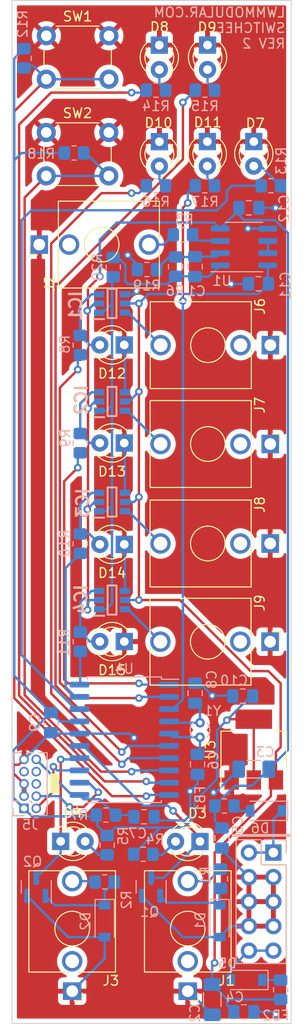
<source format=kicad_pcb>
(kicad_pcb (version 20211014) (generator pcbnew)
  (layers (0 "F.Cu" signal) (31 "B.Cu" signal) (34 "B.Paste" user) (35 "F.Paste" user) (36 "B.SilkS" user "B.Silkscreen") (37 "F.SilkS" user "F.Silkscreen") (38 "B.Mask" user) (39 "F.Mask" user) (44 "Edge.Cuts" user))
  (net 0 "")
  (net 1 "/SIGNAL")
  (net 2 "VCC")
  (net 3 "GND")
  (net 4 "VEE")
  (net 5 "Net-(C6-Pad1)")
  (net 6 "/RESET")
  (net 7 "Net-(C8-Pad1)")
  (net 8 "+3V3")
  (net 9 "Net-(D1-Pad1)")
  (net 10 "Net-(D2-Pad1)")
  (net 11 "Net-(D3-Pad2)")
  (net 12 "/TRIGGER")
  (net 13 "Net-(D5-Pad1)")
  (net 14 "Net-(D5-Pad2)")
  (net 15 "Net-(D6-Pad1)")
  (net 16 "Net-(D6-Pad2)")
  (net 17 "Net-(D7-Pad2)")
  (net 18 "Net-(D10-Pad2)")
  (net 19 "Net-(D11-Pad2)")
  (net 20 "Net-(D12-Pad2)")
  (net 21 "Net-(D13-Pad2)")
  (net 22 "Net-(D14-Pad2)")
  (net 23 "Net-(D15-Pad2)")
  (net 24 "Net-(IC1-Pad6)")
  (net 25 "Net-(IC2-Pad6)")
  (net 26 "Net-(IC3-Pad6)")
  (net 27 "Net-(IC4-Pad6)")
  (net 29 "Net-(J1-PadT)")
  (net 31 "Net-(J2-PadT)")
  (net 33 "Net-(J3-PadT)")
  (net 34 "/SWDIO")
  (net 35 "/SWCLK")
  (net 36 "/SWO")
  (net 43 "/OUT1")
  (net 44 "/OUT2")
  (net 45 "/OUT3")
  (net 46 "/OUT4")
  (net 47 "/BT_MODE")
  (net 48 "Net-(R13-Pad1)")
  (net 49 "/BT_OUTS")
  (net 50 "Net-(U1-Pad2)")
  (net 51 "Net-(C1-Pad2)")
  (net 52 "Net-(R3-Pad2)")
  (net 53 "/SW_RESET")
  (net 54 "Net-(D4-Pad2)")
  (net 55 "Net-(D8-Pad2)")
  (net 56 "Net-(D9-Pad2)")
  (net 57 "Net-(R14-Pad1)")
  (net 58 "Net-(R15-Pad1)")
  (net 59 "Net-(R16-Pad1)")
  (net 60 "Net-(R17-Pad1)")
  (net 61 "Net-(U1-Pad6)")
  (footprint "LED_THT:LED_D3.0mm" (layer "F.Cu") (at 72.39 94.472 180)
    (fp_text reference "D13")
    (fp_text value "LED")
  )
  (footprint "Button_Switch_THT:SW_PUSH_6mm" (layer "F.Cu") (at 64.296 52.276)
    (fp_text reference "SW1")
    (fp_text value "SW_Push")
  )
  (footprint "LED_THT:LED_D3.0mm" (layer "F.Cu") (at 72.39 84.312 180)
    (fp_text reference "D12")
    (fp_text value "LED")
  )
  (footprint "LED_THT:LED_D3.0mm" (layer "F.Cu") (at 76.046 63.251 -90)
    (fp_text reference "D10")
    (fp_text value "LED")
  )
  (footprint "LED_THT:LED_D3.0mm" (layer "F.Cu") (at 76.036 53.246 -90)
    (fp_text reference "D8")
    (fp_text value "LED")
  )
  (footprint "LED_THT:LED_D3.0mm" (layer "F.Cu") (at 80.264 135.76 180)
    (fp_text reference "D3")
    (fp_text value "LED")
  )
  (footprint "Connector_Audio:Jack_3.5mm_QingPu_WQP-PJ398SM_Vertical_CircularHoles" (layer "F.Cu") (at 87.55 115.062 -90)
    (fp_text reference "J9")
    (fp_text value "OUT 4")
  )
  (footprint "Button_Switch_THT:SW_PUSH_6mm" (layer "F.Cu") (at 64.286 62.296)
    (fp_text reference "SW2")
    (fp_text value "SW_Push")
  )
  (footprint "Connector_Audio:Jack_3.5mm_QingPu_WQP-PJ398SM_Vertical_CircularHoles" (layer "F.Cu") (at 63.562 73.914 90)
    (fp_text reference "J2")
    (fp_text value "IN")
  )
  (footprint "Connector_Audio:Jack_3.5mm_QingPu_WQP-PJ398SM_Vertical_CircularHoles" (layer "F.Cu") (at 78.994 151.27 180)
    (fp_text reference "J1")
    (fp_text value "Reset_IN")
  )
  (footprint "LED_THT:LED_D3.0mm" (layer "F.Cu") (at 85.852 63.241 -90)
    (fp_text reference "D7")
    (fp_text value "LED")
  )
  (footprint "Connector_Audio:Jack_3.5mm_QingPu_WQP-PJ398SM_Vertical_CircularHoles" (layer "F.Cu") (at 87.565 94.576 -90)
    (fp_text reference "J7")
    (fp_text value "OUT 2")
  )
  (footprint "Connector_Audio:Jack_3.5mm_QingPu_WQP-PJ398SM_Vertical_CircularHoles" (layer "F.Cu") (at 66.98 151.27 180)
    (fp_text reference "J3")
    (fp_text value "Trigger IN")
  )
  (footprint "LED_THT:LED_D3.0mm" (layer "F.Cu") (at 72.395 115.046 180)
    (fp_text reference "D15")
    (fp_text value "LED")
  )
  (footprint "Connector_Audio:Jack_3.5mm_QingPu_WQP-PJ398SM_Vertical_CircularHoles" (layer "F.Cu") (at 87.56 104.886 -90)
    (fp_text reference "J8")
    (fp_text value "OUT 3")
  )
  (footprint "LED_THT:LED_D3.0mm" (layer "F.Cu") (at 72.395 104.978 180)
    (fp_text reference "D14")
    (fp_text value "LED")
  )
  (footprint "LED_THT:LED_D3.0mm" (layer "F.Cu") (at 81.026 63.241 -90)
    (fp_text reference "D11")
    (fp_text value "LED")
  )
  (footprint "Package_TO_SOT_SMD:SOT-223-3_TabPin2" (layer "F.Cu") (at 85.852 126.238 90)
    (fp_text reference "U3")
    (fp_text value "AP1117-33")
  )
  (footprint "Connector_Audio:Jack_3.5mm_QingPu_WQP-PJ398SM_Vertical_CircularHoles" (layer "F.Cu") (at 87.575 84.334 -90)
    (fp_text reference "J6")
    (fp_text value "OUT 1")
  )
  (footprint "LED_THT:LED_D3.0mm" (layer "F.Cu") (at 65.786 135.75)
    (fp_text reference "D4")
    (fp_text value "LED")
  )
  (footprint "LED_THT:LED_D3.0mm" (layer "F.Cu") (at 81.046 53.241 -90)
    (fp_text reference "D9")
    (fp_text value "LED")
  )
  (footprint "Capacitor_SMD:C_0805_2012Metric_Pad1.18x1.45mm_HandSolder" (layer "B.Cu") (at 79.756 76.2 -90)
    (fp_text reference "C1")
    (fp_text value "47pf")
  )
  (footprint "Capacitor_SMD:C_0805_2012Metric_Pad1.18x1.45mm_HandSolder" (layer "B.Cu") (at 80.01 127.762 -90)
    (fp_text reference "C6")
    (fp_text value "18pf")
  )
  (footprint "Package_SO:SOIC-8_3.9x4.9mm_P1.27mm" (layer "B.Cu") (at 84.836 74.168)
    (fp_text reference "U1")
    (fp_text value "TL072")
  )
  (footprint "Diode_SMD:D_SOD-123" (layer "B.Cu") (at 85.09 150.114 180)
    (fp_text reference "D5")
    (fp_text value "1N914")
  )
  (footprint "Capacitor_SMD:C_0805_2012Metric_Pad1.18x1.45mm_HandSolder" (layer "B.Cu") (at 85.344 70.104)
    (fp_text reference "C12")
    (fp_text value "100nf")
  )
  (footprint "Resistor_SMD:R_0805_2012Metric_Pad1.20x1.40mm_HandSolder" (layer "B.Cu") (at 61.976 54.61 90)
    (fp_text reference "R12")
    (fp_text value "10000")
  )
  (footprint "Connector_PinHeader_1.27mm:PinHeader_2x05_P1.27mm_Vertical" (layer "B.Cu") (at 61.976 132.334)
    (fp_text reference "J5")
    (fp_text value "Conn_02x05_Odd_Even" hide)
  )
  (footprint "Mouser:SOP95P284X110-6N" (layer "B.Cu") (at 71.12 90.17)
    (fp_text reference "IC2")
    (fp_text value "DG447DV-T1-E3" hide)
  )
  (footprint "Resistor_SMD:R_0805_2012Metric_Pad1.20x1.40mm_HandSolder" (layer "B.Cu") (at 70.612 136.144 90)
    (fp_text reference "R5")
    (fp_text value "4.7k")
  )
  (footprint "Capacitor_SMD:C_1206_3216Metric_Pad1.33x1.80mm_HandSolder" (layer "B.Cu") (at 81.534 152.146 -90)
    (fp_text reference "C2")
    (fp_text value "22uf")
  )
  (footprint "Mouser:SOP95P284X110-6N" (layer "B.Cu") (at 71.12 100.584)
    (fp_text reference "IC3")
    (fp_text value "DG447DV-T1-E3" hide)
  )
  (footprint "Resistor_SMD:R_0805_2012Metric_Pad1.20x1.40mm_HandSolder" (layer "B.Cu") (at 77.724 76.2 -90)
    (fp_text reference "R6")
    (fp_text value "100k")
  )
  (footprint "Resistor_SMD:R_0805_2012Metric_Pad1.20x1.40mm_HandSolder" (layer "B.Cu") (at 75.692 57.912)
    (fp_text reference "R14")
    (fp_text value "1000")
  )
  (footprint "Resistor_SMD:R_0805_2012Metric_Pad1.20x1.40mm_HandSolder" (layer "B.Cu") (at 87.63 67.818)
    (fp_text reference "R13")
    (fp_text value "1000")
  )
  (footprint "Diode_SMD:D_SOD-123" (layer "B.Cu") (at 82.296 144.018 -90)
    (fp_text reference "D1")
    (fp_text value "1N4148")
  )
  (footprint "Resistor_SMD:R_0805_2012Metric_Pad1.20x1.40mm_HandSolder" (layer "B.Cu") (at 78.486 72.898)
    (fp_text reference "R3")
    (fp_text value "100k")
  )
  (footprint "Resistor_SMD:R_0805_2012Metric_Pad1.20x1.40mm_HandSolder" (layer "B.Cu") (at 82.3976 139.6238 -90)
    (fp_text reference "R1")
    (fp_text value "4.7k")
  )
  (footprint "Resistor_SMD:R_0805_2012Metric_Pad1.20x1.40mm_HandSolder" (layer "B.Cu") (at 67.818 115.062 90)
    (fp_text reference "R11")
    (fp_text value "1000")
  )
  (footprint "Capacitor_SMD:C_1206_3216Metric_Pad1.33x1.80mm_HandSolder" (layer "B.Cu") (at 85.852 128.27)
    (fp_text reference "C3")
    (fp_text value "22uf")
  )
  (footprint "Package_SO:SOIC-20W_7.5x12.8mm_P1.27mm" (layer "B.Cu") (at 72.39 125.222 180)
    (fp_text reference "U4")
    (fp_text value "ATSAMD10D14A-SS")
  )
  (footprint "Resistor_SMD:R_0805_2012Metric_Pad1.20x1.40mm_HandSolder" (layer "B.Cu") (at 80.772 57.912)
    (fp_text reference "R15")
    (fp_text value "1000")
  )
  (footprint "Resistor_SMD:R_0805_2012Metric_Pad1.20x1.40mm_HandSolder" (layer "B.Cu") (at 67.818 94.488 90)
    (fp_text reference "R9")
    (fp_text value "1000")
  )
  (footprint "Resistor_SMD:R_0805_2012Metric_Pad1.20x1.40mm_HandSolder" (layer "B.Cu") (at 74.3712 137.0838 180)
    (fp_text reference "R4")
    (fp_text value "4.7k")
  )
  (footprint "Package_TO_SOT_SMD:SOT-23" (layer "B.Cu") (at 75.184 140.462 90)
    (fp_text reference "Q1")
    (fp_text value "MMBT3904")
  )
  (footprint "Package_TO_SOT_SMD:SOT-23" (layer "B.Cu") (at 63.246 140.462 90)
    (fp_text reference "Q2")
    (fp_text value "MMBT3904")
  )
  (footprint "Resistor_SMD:R_0805_2012Metric_Pad1.20x1.40mm_HandSolder" (layer "B.Cu") (at 74.75 76.5)
    (fp_text reference "R19")
    (fp_text value "100k")
  )
  (footprint "Resistor_SMD:R_0805_2012Metric_Pad1.20x1.40mm_HandSolder" (layer "B.Cu") (at 67.818 104.902 90)
    (fp_text reference "R10")
    (fp_text value "1000")
  )
  (footprint "Resistor_SMD:R_0805_2012Metric_Pad1.20x1.40mm_HandSolder" (layer "B.Cu") (at 71.25 76.25 -90)
    (fp_text reference "R20")
    (fp_text value "1k")
  )
  (footprint "Capacitor_SMD:C_0805_2012Metric_Pad1.18x1.45mm_HandSolder" (layer "B.Cu") (at 74.4474 133.1976)
    (fp_text reference "C7")
    (fp_text value ".1u")
  )
  (footprint "Resistor_SMD:R_0805_2012Metric_Pad1.20x1.40mm_HandSolder" (layer "B.Cu") (at 80.772 67.818)
    (fp_text reference "R17")
    (fp_text value "1000")
  )
  (footprint "Capacitor_SMD:C_0805_2012Metric_Pad1.18x1.45mm_HandSolder" (layer "B.Cu") (at 82.55 135.4035 -90)
    (fp_text reference "C5")
    (fp_text value "C")
  )
  (footprint "Mouser:SOP95P284X110-6N" (layer "B.Cu") (at 71.12 110.744)
    (fp_text reference "IC4")
    (fp_text value "DG447DV-T1-E3" hide)
  )
  (footprint "Capacitor_SMD:C_0805_2012Metric_Pad1.18x1.45mm_HandSolder" (layer "B.Cu") (at 84.709 120.7008 180)
    (fp_text reference "C10")
    (fp_text value "C")
  )
  (footprint "Resistor_SMD:R_0805_2012Metric_Pad1.20x1.40mm_HandSolder" (layer "B.Cu") (at 70.485 133.0198)
    (fp_text reference "R7")
    (fp_text value "10k")
  )
  (footprint "Capacitor_SMD:C_0805_2012Metric_Pad1.18x1.45mm_HandSolder" (layer "B.Cu") (at 84.8145 153.416)
    (fp_text reference "C4")
    (fp_text value "C")
  )
  (footprint "Diode_SMD:D_SOD-123" (layer "B.Cu") (at 87.122 132.588 180)
    (fp_text reference "D6")
    (fp_text value "1N914")
  )
  (footprint "Capacitor_SMD:C_0805_2012Metric_Pad1.18x1.45mm_HandSolder" (layer "B.Cu") (at 64.77 123.444 -90)
    (fp_text reference "C9")
    (fp_text value "C")
  )
  (footprint "Connector_PinHeader_2.54mm:PinHeader_2x05_P2.54mm_Vertical" (layer "B.Cu") (at 87.889 136.911 180)
    (fp_text reference "J4" hide)
    (fp_text value "POWER")
  )
  (footprint "Resistor_SMD:R_0805_2012Metric_Pad1.20x1.40mm_HandSolder" (layer "B.Cu") (at 70.358 139.954)
    (fp_text reference "R2")
    (fp_text value "4.7k")
  )
  (footprint "Diode_SMD:D_SOD-123" (layer "B.Cu") (at 70.358 144.018 -90)
    (fp_text reference "D2")
    (fp_text value "1N4148")
  )
  (footprint "Resistor_SMD:R_0805_2012Metric_Pad1.20x1.40mm_HandSolder" (layer "B.Cu") (at 88.646 151.13 -90)
    (fp_text reference "FB2")
    (fp_text value "2506031027Y0 " hide)
  )
  (footprint "Mouser:SOP95P284X110-6N" (layer "B.Cu") (at 71.12 80.01)
    (fp_text reference "IC1")
    (fp_text value "DG447DV-T1-E3" hide)
  )
  (footprint "Crystal:Crystal_Round_D1.0mm_Vertical" (layer "B.Cu") (at 80.264 123.456 -90)
    (fp_text reference "Y1")
    (fp_text value "Crystal")
  )
  (footprint "Resistor_SMD:R_0805_2012Metric_Pad1.20x1.40mm_HandSolder" (layer "B.Cu") (at 67.818 84.328 90)
    (fp_text reference "R8")
    (fp_text value "1000")
  )
  (footprint "Capacitor_SMD:C_0805_2012Metric_Pad1.18x1.45mm_HandSolder" (layer "B.Cu") (at 79.756 120.396 90)
    (fp_text reference "C8")
    (fp_text value "18pf")
  )
  (footprint "Resistor_SMD:R_0805_2012Metric_Pad1.20x1.40mm_HandSolder" (layer "B.Cu") (at 82.804 132.08 180)
    (fp_text reference "FB1")
    (fp_text value "2506031027Y0 ")
  )
  (footprint "Capacitor_SMD:C_0805_2012Metric_Pad1.18x1.45mm_HandSolder" (layer "B.Cu") (at 86.3385 77.978 180)
    (fp_text reference "C11")
    (fp_text value "100nf")
  )
  (footprint "Resistor_SMD:R_0805_2012Metric_Pad1.20x1.40mm_HandSolder" (layer "B.Cu") (at 75.692 67.818)
    (fp_text reference "R16")
    (fp_text value "1000")
  )
  (footprint "Resistor_SMD:R_0805_2012Metric_Pad1.20x1.40mm_HandSolder" (layer "B.Cu") (at 67.175 64.425 180)
    (fp_text reference "R18")
    (fp_text value "10000")
  )
  (gr_line (start 83.693 135.128) (end 89.535 135.128) (layer "B.SilkS") (width 0.3))
  (gr_rect (start 65.532 130.683) (end 64.77 128.778) (layer "F.SilkS") (width 0.15) (fill solid))
  (gr_line (start 89.73 48.62) (end 89.73 154.62) (layer "Edge.Cuts") (width 0.1))
  (gr_line (start 60.73 48.62) (end 60.73 154.62) (layer "Edge.Cuts") (width 0.1))
  (gr_line (start 60.73 154.62) (end 89.73 154.62) (layer "Edge.Cuts") (width 0.1))
  (gr_line (start 60.73 48.62) (end 89.73 48.62) (layer "Edge.Cuts") (width 0.1))
  (gr_text "LWMMODULAR.COM\nSWITCHEE\nREV 2" (at 89.225 51.475) (layer "B.SilkS") (effects (font (size 1 1)) (justify left mirror)))
  (segment (start 71.12 80.01) (end 71.12 100.971) (width 0.25) (layer "B.Cu") (net 1))
  (segment (start 71.12 100.971) (end 70.557 101.534) (width 0.25) (layer "B.Cu") (net 1))
  (segment (start 71.12 111.131) (end 70.557 111.694) (width 0.25) (layer "B.Cu") (net 1))
  (segment (start 70.17 80.96) (end 71.12 80.01) (width 0.25) (layer "B.Cu") (net 1))
  (segment (start 70.557 101.534) (end 69.776 101.534) (width 0.25) (layer "B.Cu") (net 1))
  (segment (start 71.12 77.38) (end 71.25 77.25) (width 0.25) (layer "B.Cu") (net 1))
  (segment (start 70.557 91.12) (end 71.12 90.557) (width 0.25) (layer "B.Cu") (net 1))
  (segment (start 71.12 100.971) (end 71.12 111.131) (width 0.25) (layer "B.Cu") (net 1))
  (segment (start 71.12 90.557) (end 71.12 89.916) (width 0.25) (layer "B.Cu") (net 1))
  (segment (start 71.12 80.01) (end 71.12 77.38) (width 0.25) (layer "B.Cu") (net 1))
  (segment (start 69.776 80.96) (end 70.17 80.96) (width 0.25) (layer "B.Cu") (net 1))
  (segment (start 70.557 111.694) (end 69.776 111.694) (width 0.25) (layer "B.Cu") (net 1))
  (segment (start 69.776 91.12) (end 70.557 91.12) (width 0.25) (layer "B.Cu") (net 1))
  (segment (start 73.914 100.076) (end 73.914 89.154) (width 0.25) (layer "F.Cu") (net 2))
  (segment (start 87.376 118.11) (end 85.532934 118.11) (width 0.25) (layer "F.Cu") (net 2))
  (segment (start 88.646 125.984) (end 88.646 119.38) (width 0.25) (layer "F.Cu") (net 2))
  (segment (start 88.152 129.388) (end 88.152 126.478) (width 0.25) (layer "F.Cu") (net 2))
  (segment (start 78.166934 110.744) (end 73.914 110.744) (width 0.25) (layer "F.Cu") (net 2))
  (segment (start 88.646 119.38) (end 87.376 118.11) (width 0.25) (layer "F.Cu") (net 2))
  (segment (start 81.788 148.336) (end 81.788 136.906) (width 0.25) (layer "F.Cu") (net 2))
  (segment (start 85.532934 118.11) (end 78.166934 110.744) (width 0.25) (layer "F.Cu") (net 2))
  (segment (start 73.914 110.744) (end 73.914 100.076) (width 0.25) (layer "F.Cu") (net 2))
  (segment (start 87.63 131.064) (end 87.63 129.91) (width 0.25) (layer "F.Cu") (net 2))
  (segment (start 73.914 89.154) (end 73.914 80.01) (width 0.25) (layer "F.Cu") (net 2))
  (segment (start 88.152 126.478) (end 88.646 125.984) (width 0.25) (layer "F.Cu") (net 2))
  (segment (start 87.63 129.91) (end 88.152 129.388) (width 0.25) (layer "F.Cu") (net 2))
  (segment (start 81.788 136.906) (end 87.63 131.064) (width 0.25) (layer "F.Cu") (net 2))
  (via (at 73.914 89.154) (size 0.8) (drill 0.4) (layers "F.Cu" "B.Cu") (net 2))
  (via (at 73.914 100.076) (size 0.8) (drill 0.4) (layers "F.Cu" "B.Cu") (net 2))
  (via (at 73.914 80.01) (size 0.8) (drill 0.4) (layers "F.Cu" "B.Cu") (net 2))
  (via (at 81.788 148.336) (size 0.8) (drill 0.4) (layers "F.Cu" "B.Cu") (net 2))
  (via (at 73.914 110.744) (size 0.8) (drill 0.4) (layers "F.Cu" "B.Cu") (net 2))
  (segment (start 74.89648 79.02752) (end 86.32648 79.02752) (width 0.25) (layer "B.Cu") (net 2))
  (segment (start 83.0805 152.7195) (end 83.777 153.416) (width 0.25) (layer "B.Cu") (net 2))
  (segment (start 88.646 152.13) (end 84.852 152.13) (width 0.25) (layer "B.Cu") (net 2))
  (segment (start 83.0805 152.13) (end 81.534 150.5835) (width 0.25) (layer "B.Cu") (net 2))
  (segment (start 72.464 90.17) (end 72.898 90.17) (width 0.25) (layer "B.Cu") (net 2))
  (segment (start 87.311 76.073) (end 87.311 77.913) (width 0.25) (layer "B.Cu") (net 2))
  (segment (start 73.914 80.01) (end 72.464 80.01) (width 0.25) (layer "B.Cu") (net 2))
  (segment (start 73.914 80.01) (end 74.89648 79.02752) (width 0.25) (layer "B.Cu") (net 2))
  (segment (start 72.898 90.17) (end 73.914 89.154) (width 0.25) (layer "B.Cu") (net 2))
  (segment (start 84.852 152.13) (end 83.0805 152.13) (width 0.25) (layer "B.Cu") (net 2))
  (segment (start 83.0805 152.13) (end 83.0805 152.7195) (width 0.25) (layer "B.Cu") (net 2))
  (segment (start 87.311 77.913) (end 87.376 77.978) (width 0.25) (layer "B.Cu") (net 2))
  (segment (start 73.406 100.584) (end 73.914 100.076) (width 0.25) (layer "B.Cu") (net 2))
  (segment (start 81.534 150.5835) (end 81.534 148.59) (width 0.25) (layer "B.Cu") (net 2))
  (segment (start 72.464 100.584) (end 73.406 100.584) (width 0.25) (layer "B.Cu") (net 2))
  (segment (start 81.534 148.59) (end 81.788 148.336) (width 0.25) (layer "B.Cu") (net 2))
  (segment (start 73.914 110.744) (end 72.464 110.744) (width 0.25) (layer "B.Cu") (net 2))
  (segment (start 86.32648 79.02752) (end 87.376 77.978) (width 0.25) (layer "B.Cu") (net 2))
  (segment (start 61.4172 127.8128) (end 61.976 127.254) (width 0.25) (layer "F.Cu") (net 3))
  (segment (start 60.8838 127.8128) (end 61.4172 127.8128) (width 0.25) (layer "F.Cu") (net 3))
  (segment (start 61.976 129.794) (end 60.8838 128.7018) (width 0.25) (layer "F.Cu") (net 3))
  (segment (start 60.8838 128.7018) (end 60.8838 127.8128) (width 0.25) (layer "F.Cu") (net 3))
  (via (at 85.25 72.25) (size 0.8) (drill 0.4) (layers "F.Cu" "B.Cu") (net 3))
  (via (at 73.66 78.74) (size 0.8) (drill 0.4) (layers "F.Cu" "B.Cu") (net 3))
  (via (at 72.75 75) (size 0.8) (drill 0.4) (layers "F.Cu" "B.Cu") (net 3))
  (via (at 83.5 78) (size 0.8) (drill 0.4) (layers "F.Cu" "B.Cu") (net 3))
  (via (at 73.406 125.0188) (size 0.8) (drill 0.4) (layers "F.Cu" "B.Cu") (net 3))
  (via (at 81.665299 130.687299) (size 0.8) (drill 0.4) (layers "F.Cu" "B.Cu") (net 3))
  (via (at 81.534 120.65) (size 0.8) (drill 0.4) (layers "F.Cu" "B.Cu") (net 3))
  (via (at 79.248 130.556) (size 0.8) (drill 0.4) (layers "F.Cu" "B.Cu") (net 3))
  (via (at 88.138 153.67) (size 0.8) (drill 0.4) (layers "F.Cu" "B.Cu") (net 3))
  (via (at 88.138 70.104) (size 0.8) (drill 0.4) (layers "F.Cu" "B.Cu") (net 3))
  (segment (start 75.8659 133.5786) (end 78.6892 133.5786) (width 0.25) (layer "B.Cu") (net 3))
  (segment (start 72.464 109.794) (end 72.464 105.047) (width 0.25) (layer "B.Cu") (net 3))
  (segment (start 72.464 99.634) (end 72.464 94.546) (width 0.25) (layer "B.Cu") (net 3))
  (segment (start 86.3815 70.104) (end 88.138 70.104) (width 0.25) (layer "B.Cu") (net 3))
  (segment (start 80.01 128.7995) (end 80.01 129.794) (width 0.25) (layer "B.Cu") (net 3))
  (segment (start 87.311 72.263) (end 85.263 72.263) (width 0.25) (layer "B.Cu") (net 3))
  (segment (start 73.75 76.5) (end 73.75 76) (width 0.25) (layer "B.Cu") (net 3))
  (segment (start 85.263 72.263) (end 85.25 72.25) (width 0.25) (layer "B.Cu") (net 3))
  (segment (start 72.464 84.386) (end 72.39 84.312) (width 0.25) (layer "B.Cu") (net 3))
  (segment (start 74.234 141.3995) (end 78.5025 145.668) (width 0.25) (layer "B.Cu") (net 3))
  (segment (start 64.77 124.4815) (end 64.7485 124.4815) (width 0.25) (layer "B.Cu") (net 3))
  (segment (start 72.9742 124.587) (end 73.406 125.0188) (width 0.25) (layer "B.Cu") (net 3))
  (segment (start 67.74 124.587) (end 64.8755 124.587) (width 0.25) (layer "B.Cu") (net 3))
  (segment (start 83.6207 120.65) (end 83.6715 120.7008) (width 0.25) (layer "B.Cu") (net 3))
  (segment (start 61.976 129.794) (end 61.976 131.064) (width 0.25) (layer "B.Cu") (net 3))
  (segment (start 82.55 136.441) (end 82.55 136.652) (width 0.25) (layer "B.Cu") (net 3))
  (segment (start 80.01 129.794) (end 79.248 130.556) (width 0.25) (layer "B.Cu") (net 3))
  (segment (start 64.7485 124.4815) (end 61.976 127.254) (width 0.25) (layer "B.Cu") (net 3))
  (segment (start 82.55 136.652) (end 85.349 139.451) (width 0.25) (layer "B.Cu") (net 3))
  (segment (start 87.884 153.416) (end 88.138 153.67) (width 0.25) (layer "B.Cu") (net 3))
  (segment (start 75.4849 133.1976) (end 75.8659 133.5786) (width 0.25) (layer "B.Cu") (net 3))
  (segment (start 79.0955 151.27) (end 81.534 153.7085) (width 0.25) (layer "B.Cu") (net 3))
  (segment (start 78.994 151.27) (end 79.0955 151.27) (width 0.25) (layer "B.Cu") (net 3))
  (segment (start 66.5645 145.668) (end 70.358 145.668) (width 0.25) (layer "B.Cu") (net 3))
  (segment (start 83.522 77.978) (end 83.5 78) (width 0.25) (layer "B.Cu") (net 3))
  (segment (start 83.433 144.531) (end 82.296 145.668) (width 0.25) (layer "B.Cu") (net 3))
  (segment (start 85.301 77.978) (end 83.522 77.978) (width 0.25) (layer "B.Cu") (net 3))
  (segment (start 72.464 89.22) (end 72.464 84.386) (width 0.25) (layer "B.Cu") (net 3))
  (segment (start 79.756 119.3585) (end 80.2425 119.3585) (width 0.25) (layer "B.Cu") (net 3))
  (segment (start 85.349 144.531) (end 83.433 144.531) (width 0.25) (layer "B.Cu") (net 3))
  (segment (start 80.2425 119.3585) (end 81.534 120.65) (width 0.25) (layer "B.Cu") (net 3))
  (segment (start 72.464 105.047) (end 72.395 104.978) (width 0.25) (layer "B.Cu") (net 3))
  (segment (start 81.872201 130.687299) (end 81.665299 130.687299) (width 0.25) (layer "B.Cu") (net 3))
  (segment (start 81.534 120.65) (end 83.6207 120.65) (width 0.25) (layer "B.Cu") (net 3))
  (segment (start 73.75 76) (end 72.75 75) (width 0.25) (layer "B.Cu") (net 3))
  (segment (start 78.6892 133.5786) (end 79.248 133.0198) (width 0.25) (layer "B.Cu") (net 3))
  (segment (start 78.5025 145.668) (end 82.296 145.668) (width 0.25) (layer "B.Cu") (net 3))
  (segment (start 72.464 94.546) (end 72.39 94.472) (width 0.25) (layer "B.Cu") (net 3))
  (segment (start 70.358 145.668) (end 70.358 147.892) (width 0.25) (layer "B.Cu") (net 3))
  (segment (start 73.34 79.06) (end 73.66 78.74) (width 0.25) (layer "B.Cu") (net 3))
  (segment (start 72.464 79.06) (end 73.34 79.06) (width 0.25) (layer "B.Cu") (net 3))
  (segment (start 62.296 141.3995) (end 66.5645 145.668) (width 0.25) (layer "B.Cu") (net 3))
  (segment (start 67.74 124.587) (end 72.9742 124.587) (width 0.25) (layer "B.Cu") (net 3))
  (segment (start 70.358 147.892) (end 66.98 151.27) (width 0.25) (layer "B.Cu") (net 3))
  (segment (start 64.8755 124.587) (end 64.77 124.4815) (width 0.25) (layer "B.Cu") (net 3))
  (segment (start 79.248 133.0198) (end 79.248 130.556) (width 0.25) (layer "B.Cu") (net 3))
  (segment (start 86.3815 153.416) (end 87.884 153.416) (width 0.25) (layer "B.Cu") (net 3))
  (segment (start 84.2895 128.27) (end 81.872201 130.687299) (width 0.25) (layer "B.Cu") (net 3))
  (segment (start 68.625489 111.714511) (end 68.58 111.76) (width 0.25) (layer "F.Cu") (net 4))
  (segment (start 68.625489 90.886511) (end 68.625489 111.714511) (width 0.25) (layer "F.Cu") (net 4))
  (segment (start 68.625489 78.440511) (end 68.625489 90.886511) (width 0.25) (layer "F.Cu") (net 4))
  (segment (start 69.85 77.216) (end 68.625489 78.440511) (width 0.25) (layer "F.Cu") (net 4))
  (via (at 68.5425 101.346) (size 0.8) (drill 0.4) (layers "F.Cu" "B.Cu") (net 4))
  (via (at 68.58 111.76) (size 0.8) (drill 0.4) (layers "F.Cu" "B.Cu") (net 4))
  (via (at 68.625489 90.886511) (size 0.8) (drill 0.4) (layers "F.Cu" "B.Cu") (net 4))
  (via (at 68.5425 80.772) (size 0.8) (drill 0.4) (layers "F.Cu" "B.Cu") (net 4))
  (via (at 69.85 77.216) (size 0.8) (drill 0.4) (layers "F.Cu" "B.Cu") (net 4))
  (segment (start 81.726 71.628) (end 71.622 71.628) (width 0.25) (layer "B.Cu") (net 4))
  (segment (start 68.834 110.744) (end 69.776 110.744) (width 0.25) (layer "B.Cu") (net 4))
  (segment (start 68.58 110.998) (end 68.834 110.744) (width 0.25) (layer "B.Cu") (net 4))
  (segment (start 69.342 90.17) (end 68.625489 90.886511) (width 0.25) (layer "B.Cu") (net 4))
  (segment (start 81.804 132.08) (end 83.89448 129.98952) (width 0.25) (layer "B.Cu") (net 4))
  (segment (start 68.58 111.76) (end 68.58 110.998) (width 0.25) (layer "B.Cu") (net 4))
  (segment (start 84.836 71.374) (end 88.068072 71.374) (width 0.25) (layer "B.Cu") (net 4))
  (segment (start 84.3065 70.8445) (end 84.836 71.374) (width 0.25) (layer "B.Cu") (net 4))
  (segment (start 85.69498 129.98952) (end 87.4145 128.27) (width 0.25) (layer "B.Cu") (net 4))
  (segment (start 89.408 126.2765) (end 87.4145 128.27) (width 0.25) (layer "B.Cu") (net 4))
  (segment (start 69.776 80.01) (end 69.3045 80.01) (width 0.25) (layer "B.Cu") (net 4))
  (segment (start 83.89448 129.98952) (end 85.69498 129.98952) (width 0.25) (layer "B.Cu") (net 4))
  (segment (start 71.622 71.628) (end 69.85 73.4) (width 0.25) (layer "B.Cu") (net 4))
  (segment (start 69.3045 100.584) (end 68.5425 101.346) (width 0.25) (layer "B.Cu") (net 4))
  (segment (start 84.3065 70.104) (end 84.3065 70.8445) (width 0.25) (layer "B.Cu") (net 4))
  (segment (start 81.804 133.62) (end 82.55 134.366) (width 0.25) (layer "B.Cu") (net 4))
  (segment (start 84.3065 70.104) (end 84.3065 70.3175) (width 0.25) (layer "B.Cu") (net 4))
  (segment (start 89.408 72.713928) (end 89.408 126.2765) (width 0.25) (layer "B.Cu") (net 4))
  (segment (start 84.3065 70.3175) (end 82.361 72.263) (width 0.25) (layer "B.Cu") (net 4))
  (segment (start 88.068072 71.374) (end 89.408 72.713928) (width 0.25) (layer "B.Cu") (net 4))
  (segment (start 81.804 132.08) (end 81.804 133.62) (width 0.25) (layer "B.Cu") (net 4))
  (segment (start 69.776 100.584) (end 69.3045 100.584) (width 0.25) (layer "B.Cu") (net 4))
  (segment (start 82.361 72.263) (end 81.726 71.628) (width 0.25) (layer "B.Cu") (net 4))
  (segment (start 69.776 90.17) (end 69.342 90.17) (width 0.25) (layer "B.Cu") (net 4))
  (segment (start 69.3045 80.01) (end 68.5425 80.772) (width 0.25) (layer "B.Cu") (net 4))
  (segment (start 69.85 73.4) (end 69.85 77.216) (width 0.25) (layer "B.Cu") (net 4))
  (segment (start 77.04 124.587) (end 77.409 124.956) (width 0.25) (layer "B.Cu") (net 5))
  (segment (start 80.264 124.956) (end 80.264 126.4705) (width 0.25) (layer "B.Cu") (net 5))
  (segment (start 80.264 126.4705) (end 80.01 126.7245) (width 0.25) (layer "B.Cu") (net 5))
  (segment (start 77.409 124.956) (end 80.264 124.956) (width 0.25) (layer "B.Cu") (net 5))
  (segment (start 77.47 132.588) (end 80.264 135.382) (width 0.25) (layer "F.Cu") (net 6))
  (segment (start 80.264 135.382) (end 80.264 135.76) (width 0.25) (layer "F.Cu") (net 6))
  (via (at 77.47 132.588) (size 0.8) (drill 0.4) (layers "F.Cu" "B.Cu") (net 6))
  (segment (start 76.92848 132.04648) (end 77.47 132.588) (width 0.25) (layer "B.Cu") (net 6))
  (segment (start 68.166072 125.857) (end 74.355552 132.04648) (width 0.25) (layer "B.Cu") (net 6))
  (segment (start 74.355552 132.04648) (end 76.92848 132.04648) (width 0.25) (layer "B.Cu") (net 6))
  (segment (start 67.74 125.857) (end 68.166072 125.857) (width 0.25) (layer "B.Cu") (net 6))
  (segment (start 75.184 139.5245) (end 76.4995 139.5245) (width 0.25) (layer "B.Cu") (net 6))
  (segment (start 76.4995 139.5245) (end 80.264 135.76) (width 0.25) (layer "B.Cu") (net 6))
  (segment (start 80.264 123.456) (end 80.264 121.9415) (width 0.25) (layer "B.Cu") (net 7))
  (segment (start 80.264 121.9415) (end 79.756 121.4335) (width 0.25) (layer "B.Cu") (net 7))
  (segment (start 77.179 123.456) (end 80.264 123.456) (width 0.25) (layer "B.Cu") (net 7))
  (segment (start 77.04 123.317) (end 77.179 123.456) (width 0.25) (layer "B.Cu") (net 7))
  (segment (start 85.852 123.088) (end 85.852 129.388) (width 0.25) (layer "F.Cu") (net 8))
  (segment (start 83.16 123.088) (end 85.852 123.088) (width 0.25) (layer "F.Cu") (net 8))
  (segment (start 83.058 123.19) (end 83.16 123.088) (width 0.25) (layer "F.Cu") (net 8))
  (via (at 83.058 123.19) (size 0.8) (drill 0.4) (layers "F.Cu" "B.Cu") (net 8))
  (segment (start 69.485 133.0198) (end 69.346289 133.158511) (width 0.25) (layer "B.Cu") (net 8))
  (segment (start 78.588318 134.3152) (end 76.454 134.3152) (width 0.25) (layer "B.Cu") (net 8))
  (segment (start 82.042 124.206) (end 82.042 129.286) (width 0.25) (layer "B.Cu") (net 8))
  (segment (start 60.96 65.185) (end 60.96 64.802) (width 0.25) (layer "B.Cu") (net 8))
  (segment (start 64.77 122.4065) (end 60.96 118.5965) (width 0.25) (layer "B.Cu") (net 8))
  (segment (start 60.85502 126.32148) (end 64.77 122.4065) (width 0.25) (layer "B.Cu") (net 8))
  (segment (start 76.454 134.3152) (end 71.4408 134.3152) (width 0.25) (layer "B.Cu") (net 8))
  (segment (start 76.1398 134.3152) (end 73.3712 137.0838) (width 0.25) (layer "B.Cu") (net 8))
  (segment (start 60.85502 131.21302) (end 60.85502 126.32148) (width 0.25) (layer "B.Cu") (net 8))
  (segment (start 85.7465 120.7008) (end 85.5472 120.7008) (width 0.25) (layer "B.Cu") (net 8))
  (segment (start 69.596 134.128) (end 70.612 135.144) (width 0.25) (layer "B.Cu") (net 8))
  (segment (start 82.042 129.286) (end 79.69752 131.63048) (width 0.25) (layer "B.Cu") (net 8))
  (segment (start 61.976 132.334) (end 60.85502 131.21302) (width 0.25) (layer "B.Cu") (net 8))
  (segment (start 76.454 134.3152) (end 76.1398 134.3152) (width 0.25) (layer "B.Cu") (net 8))
  (segment (start 79.69752 131.63048) (end 79.69752 133.205998) (width 0.25) (layer "B.Cu") (net 8))
  (segment (start 60.95148 64.79348) (end 60.95148 54.63452) (width 0.25) (layer "B.Cu") (net 8))
  (segment (start 71.4408 134.3152) (end 70.612 135.144) (width 0.25) (layer "B.Cu") (net 8))
  (segment (start 65.6805 123.317) (end 64.77 122.4065) (width 0.25) (layer "B.Cu") (net 8))
  (segment (start 85.5472 120.7008) (end 83.058 123.19) (width 0.25) (layer "B.Cu") (net 8))
  (segment (start 79.69752 133.205998) (end 78.588318 134.3152) (width 0.25) (layer "B.Cu") (net 8))
  (segment (start 83.058 123.19) (end 82.042 124.206) (width 0.25) (layer "B.Cu") (net 8))
  (segment (start 60.96 64.802) (end 60.95148 64.79348) (width 0.25) (layer "B.Cu") (net 8))
  (segment (start 69.596 133.096) (end 69.596 134.128) (width 0.25) (layer "B.Cu") (net 8))
  (segment (start 60.96 118.5965) (end 60.96 65.185) (width 0.25) (layer "B.Cu") (net 8))
  (segment (start 69.346289 133.158511) (end 62.800511 133.158511) (width 0.25) (layer "B.Cu") (net 8))
  (segment (start 66.175 64.425) (end 61.72 64.425) (width 0.25) (layer "B.Cu") (net 8))
  (segment (start 62.800511 133.158511) (end 61.976 132.334) (width 0.25) (layer "B.Cu") (net 8))
  (segment (start 60.95148 54.63452) (end 61.976 53.61) (width 0.25) (layer "B.Cu") (net 8))
  (segment (start 61.72 64.425) (end 60.96 65.185) (width 0.25) (layer "B.Cu") (net 8))
  (segment (start 67.74 123.317) (end 65.6805 123.317) (width 0.25) (layer "B.Cu") (net 8))
  (segment (start 82.296 142.114) (end 76.8485 142.114) (width 0.25) (layer "B.Cu") (net 9))
  (segment (start 82.296 140.7) (end 82.296 142.114) (width 0.25) (layer "B.Cu") (net 9))
  (segment (start 76.8485 142.114) (end 76.134 141.3995) (width 0.25) (layer "B.Cu") (net 9))
  (segment (start 70.358 140.954) (end 70.358 142.368) (width 0.25) (layer "B.Cu") (net 10))
  (segment (start 65.1645 142.368) (end 70.358 142.368) (width 0.25) (layer "B.Cu") (net 10))
  (segment (start 71.358 139.954) (end 70.358 140.954) (width 0.25) (layer "B.Cu") (net 10))
  (segment (start 64.196 141.3995) (end 65.1645 142.368) (width 0.25) (layer "B.Cu") (net 10))
  (segment (start 76.34 137.144) (end 75.438 137.144) (width 0.25) (layer "B.Cu") (net 11))
  (segment (start 77.724 135.76) (end 76.34 137.144) (width 0.25) (layer "B.Cu") (net 11))
  (segment (start 65.786 135.75) (end 65.786 127.254) (width 0.25) (layer "F.Cu") (net 12))
  (via (at 65.786 127.254) (size 0.8) (drill 0.4) (layers "F.Cu" "B.Cu") (net 12))
  (segment (start 67.613 127.254) (end 67.74 127.127) (width 0.25) (layer "B.Cu") (net 12))
  (segment (start 63.246 139.5245) (end 65.786 136.9845) (width 0.25) (layer "B.Cu") (net 12))
  (segment (start 65.786 136.9845) (end 65.786 135.75) (width 0.25) (layer "B.Cu") (net 12))
  (segment (start 65.786 127.254) (end 67.613 127.254) (width 0.25) (layer "B.Cu") (net 12))
  (segment (start 88.63 150.114) (end 88.646 150.13) (width 0.25) (layer "B.Cu") (net 13))
  (segment (start 86.74 150.114) (end 88.63 150.114) (width 0.25) (layer "B.Cu") (net 13))
  (segment (start 85.349 147.071) (end 83.44 148.98) (width 0.25) (layer "B.Cu") (net 14))
  (segment (start 85.349 147.071) (end 87.889 147.071) (width 0.25) (layer "B.Cu") (net 14))
  (segment (start 83.44 148.98) (end 83.44 150.114) (width 0.25) (layer "B.Cu") (net 14))
  (segment (start 87.889 133.471) (end 88.772 132.588) (width 0.25) (layer "B.Cu") (net 15))
  (segment (start 87.889 136.911) (end 87.889 133.471) (width 0.25) (layer "B.Cu") (net 15))
  (segment (start 85.349 136.911) (end 87.889 136.911) (width 0.25) (layer "B.Cu") (net 15))
  (segment (start 84.312 132.588) (end 83.804 132.08) (width 0.25) (layer "B.Cu") (net 16))
  (segment (start 85.472 132.588) (end 84.312 132.588) (width 0.25) (layer "B.Cu") (net 16))
  (segment (start 85.852 65.781) (end 86.593 65.781) (width 0.25) (layer "B.Cu") (net 17))
  (segment (start 86.593 65.781) (end 88.63 67.818) (width 0.25) (layer "B.Cu") (net 17))
  (segment (start 76.046 67.172) (end 76.692 67.818) (width 0.25) (layer "B.Cu") (net 18))
  (segment (start 76.046 65.791) (end 76.046 67.172) (width 0.25) (layer "B.Cu") (net 18))
  (segment (start 81.026 67.072) (end 81.772 67.818) (width 0.25) (layer "B.Cu") (net 19))
  (segment (start 81.026 65.781) (end 81.026 67.072) (width 0.25) (layer "B.Cu") (net 19))
  (segment (start 69.85 84.312) (end 68.802 84.312) (width 0.25) (layer "B.Cu") (net 20))
  (segment (start 68.802 84.312) (end 67.818 83.328) (width 0.25) (layer "B.Cu") (net 20))
  (segment (start 67.818 80.237) (end 67.818 83.328) (width 0.25) (layer "B.Cu") (net 20))
  (segment (start 68.995 79.06) (end 67.818 80.237) (width 0.25) (layer "B.Cu") (net 20))
  (segment (start 69.776 79.06) (end 68.995 79.06) (width 0.25) (layer "B.Cu") (net 20))
  (segment (start 68.995 89.22) (end 67.818 90.397) (width 0.25) (layer "B.Cu") (net 21))
  (segment (start 69.85 94.472) (end 68.802 94.472) (width 0.25) (layer "B.Cu") (net 21))
  (segment (start 67.818 90.397) (end 67.818 93.488) (width 0.25) (layer "B.Cu") (net 21))
  (segment (start 68.802 94.472) (end 67.818 93.488) (width 0.25) (layer "B.Cu") (net 21))
  (segment (start 69.776 89.22) (end 68.995 89.22) (width 0.25) (layer "B.Cu") (net 21))
  (segment (start 69.776 99.634) (end 68.995 99.634) (width 0.25) (layer "B.Cu") (net 22))
  (segment (start 68.779 103.902) (end 69.855 104.978) (width 0.25) (layer "B.Cu") (net 22))
  (segment (start 67.818 100.811) (end 67.818 103.902) (width 0.25) (layer "B.Cu") (net 22))
  (segment (start 68.995 99.634) (end 67.818 100.811) (width 0.25) (layer "B.Cu") (net 22))
  (segment (start 67.818 103.902) (end 68.779 103.902) (width 0.25) (layer "B.Cu") (net 22))
  (segment (start 69.776 109.794) (end 68.995 109.794) (width 0.25) (layer "B.Cu") (net 23))
  (segment (start 69.855 115.046) (end 68.802 115.046) (width 0.25) (layer "B.Cu") (net 23))
  (segment (start 68.995 109.794) (end 67.818 110.971) (width 0.25) (layer "B.Cu") (net 23))
  (segment (start 67.818 110.971) (end 67.818 114.062) (width 0.25) (layer "B.Cu") (net 23))
  (segment (start 68.802 115.046) (end 67.818 114.062) (width 0.25) (layer "B.Cu") (net 23))
  (segment (start 72.464 80.96) (end 72.801 80.96) (width 0.25) (layer "B.Cu") (net 24))
  (segment (start 72.801 80.96) (end 76.175 84.334) (width 0.25) (layer "B.Cu") (net 24))
  (segment (start 72.464 91.12) (end 72.709 91.12) (width 0.25) (layer "B.Cu") (net 25))
  (segment (start 72.709 91.12) (end 76.165 94.576) (width 0.25) (layer "B.Cu") (net 25))
  (segment (start 72.808 101.534) (end 76.16 104.886) (width 0.25) (layer "B.Cu") (net 26))
  (segment (start 72.464 101.534) (end 72.808 101.534) (width 0.25) (layer "B.Cu") (net 26))
  (segment (start 72.782 111.694) (end 76.15 115.062) (width 0.25) (layer "B.Cu") (net 27))
  (segment (start 72.464 111.694) (end 72.782 111.694) (width 0.25) (layer "B.Cu") (net 27))
  (segment (start 78.994 139.87) (end 81.1514 139.87) (width 0.25) (layer "B.Cu") (net 29))
  (segment (start 81.1514 139.87) (end 82.3976 138.6238) (width 0.25) (layer "B.Cu") (net 29))
  (segment (start 76.47 73.914) (end 77.486 72.898) (width 0.25) (layer "B.Cu") (net 31))
  (segment (start 74.962 73.914) (end 76.47 73.914) (width 0.25) (layer "B.Cu") (net 31))
  (segment (start 66.98 139.87) (end 69.274 139.87) (width 0.25) (layer "B.Cu") (net 33))
  (segment (start 69.274 139.87) (end 69.358 139.954) (width 0.25) (layer "B.Cu") (net 33))
  (segment (start 65.028299 128.011701) (end 65.028299 130.551701) (width 0.25) (layer "F.Cu") (net 34))
  (segment (start 65.028299 130.551701) (end 63.246 132.334) (width 0.25) (layer "F.Cu") (net 34))
  (via (at 65.028299 128.011701) (size 0.8) (drill 0.4) (layers "F.Cu" "B.Cu") (net 34))
  (segment (start 67.74 128.397) (end 65.413598 128.397) (width 0.25) (layer "B.Cu") (net 34))
  (segment (start 65.413598 128.397) (end 65.028299 128.011701) (width 0.25) (layer "B.Cu") (net 34))
  (segment (start 68.1736 132.1816) (end 66.7004 132.1816) (width 0.25) (layer "F.Cu") (net 35))
  (segment (start 69.693301 130.661899) (end 68.1736 132.1816) (width 0.25) (layer "F.Cu") (net 35))
  (via (at 69.693301 130.661899) (size 0.8) (drill 0.4) (layers "F.Cu" "B.Cu") (net 35))
  (via (at 66.7004 132.1816) (size 0.8) (drill 0.4) (layers "F.Cu" "B.Cu") (net 35))
  (segment (start 68.698402 129.667) (end 69.693301 130.661899) (width 0.25) (layer "B.Cu") (net 35))
  (segment (start 67.74 129.667) (end 68.698402 129.667) (width 0.25) (layer "B.Cu") (net 35))
  (segment (start 66.7004 132.1816) (end 65.5828 131.064) (width 0.25) (layer "B.Cu") (net 35))
  (segment (start 65.5828 131.064) (end 63.246 131.064) (width 0.25) (layer "B.Cu") (net 35))
  (segment (start 65.700551 117.856) (end 65.700551 98.974551) (width 0.25) (layer "F.Cu") (net 43))
  (segment (start 65.700551 119.294551) (end 65.700551 117.856) (width 0.25) (layer "F.Cu") (net 43))
  (segment (start 73.914 120.904) (end 67.31 120.904) (width 0.25) (layer "F.Cu") (net 43))
  (segment (start 65.700551 88.731449) (end 67.564 86.868) (width 0.25) (layer "F.Cu") (net 43))
  (segment (start 65.700551 98.974551) (end 65.700551 88.731449) (width 0.25) (layer "F.Cu") (net 43))
  (segment (start 67.31 120.904) (end 65.700551 119.294551) (width 0.25) (layer "F.Cu") (net 43))
  (via (at 67.564 86.868) (size 0.8) (drill 0.4) (layers "F.Cu" "B.Cu") (net 43))
  (via (at 73.914 120.904) (size 0.8) (drill 0.4) (layers "F.Cu" "B.Cu") (net 43))
  (segment (start 77.04 120.777) (end 74.041 120.777) (width 0.25) (layer "B.Cu") (net 43))
  (segment (start 67.564 86.868) (end 67.564 85.582) (width 0.25) (layer "B.Cu") (net 43))
  (segment (start 74.041 120.777) (end 73.914 120.904) (width 0.25) (layer "B.Cu") (net 43))
  (segment (start 67.564 85.582) (end 67.818 85.328) (width 0.25) (layer "B.Cu") (net 43))
  (segment (start 66.150071 98.441929) (end 67.564 97.028) (width 0.25) (layer "F.Cu") (net 44))
  (segment (start 73.914 119.38) (end 66.548 119.38) (width 0.25) (layer "F.Cu") (net 44))
  (segment (start 66.548 119.38) (end 66.150071 118.982071) (width 0.25) (layer "F.Cu") (net 44))
  (segment (start 66.150071 118.982071) (end 66.150071 98.441929) (width 0.25) (layer "F.Cu") (net 44))
  (via (at 73.914 119.38) (size 0.8) (drill 0.4) (layers "F.Cu" "B.Cu") (net 44))
  (via (at 67.564 97.028) (size 0.8) (drill 0.4) (layers "F.Cu" "B.Cu") (net 44))
  (segment (start 74.041 119.507) (end 73.914 119.38) (width 0.25) (layer "B.Cu") (net 44))
  (segment (start 67.564 95.742) (end 67.818 95.488) (width 0.25) (layer "B.Cu") (net 44))
  (segment (start 77.04 119.507) (end 74.041 119.507) (width 0.25) (layer "B.Cu") (net 44))
  (segment (start 67.564 97.028) (end 67.564 95.742) (width 0.25) (layer "B.Cu") (net 44))
  (segment (start 66.294 119.757072) (end 66.294 107.426) (width 0.25) (layer "B.Cu") (net 45))
  (segment (start 67.313928 120.777) (end 66.294 119.757072) (width 0.25) (layer "B.Cu") (net 45))
  (segment (start 67.74 120.777) (end 67.313928 120.777) (width 0.25) (layer "B.Cu") (net 45))
  (segment (start 66.294 107.426) (end 67.818 105.902) (width 0.25) (layer "B.Cu") (net 45))
  (segment (start 67.818 119.429) (end 67.74 119.507) (width 0.25) (layer "B.Cu") (net 46))
  (segment (start 67.818 116.062) (end 67.818 119.429) (width 0.25) (layer "B.Cu") (net 46))
  (segment (start 74.676 131.064) (end 71.12 131.064) (width 0.25) (layer "F.Cu") (net 47))
  (segment (start 60.96 60.112) (end 64.296 56.776) (width 0.25) (layer "F.Cu") (net 47))
  (segment (start 71.12 131.064) (end 60.96 120.904) (width 0.25) (layer "F.Cu") (net 47))
  (segment (start 60.96 120.904) (end 60.96 60.112) (width 0.25) (layer "F.Cu") (net 47))
  (via (at 74.676 131.064) (size 0.8) (drill 0.4) (layers "F.Cu" "B.Cu") (net 47))
  (segment (start 77.04 130.937) (end 74.803 130.937) (width 0.25) (layer "B.Cu") (net 47))
  (segment (start 62.908 55.388) (end 61.722 55.388) (width 0.25) (layer "B.Cu") (net 47))
  (segment (start 74.803 130.937) (end 74.676 131.064) (width 0.25) (layer "B.Cu") (net 47))
  (segment (start 64.296 56.776) (end 70.796 56.776) (width 0.25) (layer "B.Cu") (net 47))
  (segment (start 64.296 56.776) (end 62.908 55.388) (width 0.25) (layer "B.Cu") (net 47))
  (segment (start 82.042 70.358) (end 83.058 69.342) (width 0.25) (layer "B.Cu") (net 48))
  (segment (start 62.738 70.358) (end 82.042 70.358) (width 0.25) (layer "B.Cu") (net 48))
  (segment (start 83.058 68.326) (end 83.566 67.818) (width 0.25) (layer "B.Cu") (net 48))
  (segment (start 61.722 71.374) (end 62.738 70.358) (width 0.25) (layer "B.Cu") (net 48))
  (segment (start 83.058 69.342) (end 83.058 68.326) (width 0.25) (layer "B.Cu") (net 48))
  (segment (start 67.74 122.047) (end 67.313928 122.047) (width 0.25) (layer "B.Cu") (net 48))
  (segment (start 67.313928 122.047) (end 61.722 116.455072) (width 0.25) (layer "B.Cu") (net 48))
  (segment (start 61.722 116.455072) (end 61.722 71.374) (width 0.25) (layer "B.Cu") (net 48))
  (segment (start 83.566 67.818) (end 86.63 67.818) (width 0.25) (layer "B.Cu") (net 48))
  (segment (start 69.977718 128.524) (end 62.039859 120.586141) (width 0.25) (layer "F.Cu") (net 49))
  (segment (start 73.152 128.524) (end 69.977718 128.524) (width 0.25) (layer "F.Cu") (net 49))
  (segment (start 62.039859 69.042141) (end 64.286 66.796) (width 0.25) (layer "F.Cu") (net 49))
  (segment (start 62.039859 120.586141) (end 62.039859 69.042141) (width 0.25) (layer "F.Cu") (net 49))
  (via (at 73.152 128.524) (size 0.8) (drill 0.4) (layers "F.Cu" "B.Cu") (net 49))
  (segment (start 68.415 64.425) (end 68.175 64.425) (width 0.25) (layer "B.Cu") (net 49))
  (segment (start 73.279 128.397) (end 73.152 128.524) (width 0.25) (layer "B.Cu") (net 49))
  (segment (start 64.286 66.796) (end 70.786 66.796) (width 0.25) (layer "B.Cu") (net 49))
  (segment (start 74.557598 128.397) (end 73.279 128.397) (width 0.25) (layer "B.Cu") (net 49))
  (segment (start 70.786 66.796) (end 68.415 64.425) (width 0.25) (layer "B.Cu") (net 49))
  (segment (start 77.04 128.397) (end 74.557598 128.397) (width 0.25) (layer "B.Cu") (net 49))
  (segment (start 82.0015 75.1625) (end 82.361 74.803) (width 0.25) (layer "B.Cu") (net 50))
  (segment (start 77.05 75.2) (end 75.75 76.5) (width 0.25) (layer "B.Cu") (net 50))
  (segment (start 79.756 75.1625) (end 82.0015 75.1625) (width 0.25) (layer "B.Cu") (net 50))
  (segment (start 77.724 75.2) (end 79.7185 75.2) (width 0.25) (layer "B.Cu") (net 50))
  (segment (start 77.724 75.2) (end 77.05 75.2) (width 0.25) (layer "B.Cu") (net 50))
  (segment (start 79.7185 75.2) (end 79.756 75.1625) (width 0.25) (layer "B.Cu") (net 50))
  (segment (start 81.1965 77.2375) (end 82.361 76.073) (width 0.25) (layer "B.Cu") (net 51))
  (segment (start 79.7185 77.2) (end 79.756 77.2375) (width 0.25) (layer "B.Cu") (net 51))
  (segment (start 77.724 77.2) (end 79.7185 77.2) (width 0.25) (layer "B.Cu") (net 51))
  (segment (start 72.5 76) (end 71.75 75.25) (width 0.25) (layer "B.Cu") (net 51))
  (segment (start 72.75 78) (end 72.5 77.75) (width 0.25) (layer "B.Cu") (net 51))
  (segment (start 77.724 77.2) (end 76.924 78) (width 0.25) (layer "B.Cu") (net 51))
  (segment (start 71.75 75.25) (end 71.25 75.25) (width 0.25) (layer "B.Cu") (net 51))
  (segment (start 72.5 77.75) (end 72.5 76) (width 0.25) (layer "B.Cu") (net 51))
  (segment (start 76.924 78) (end 72.75 78) (width 0.25) (layer "B.Cu") (net 51))
  (segment (start 79.756 77.2375) (end 81.1965 77.2375) (width 0.25) (layer "B.Cu") (net 51))
  (segment (start 82.328 73.5) (end 82.361 73.533) (width 0.25) (layer "B.Cu") (net 52))
  (segment (start 80.088 73.5) (end 82.328 73.5) (width 0.25) (layer "B.Cu") (net 52))
  (segment (start 79.486 72.898) (end 80.088 73.5) (width 0.25) (layer "B.Cu") (net 52))
  (segment (start 66.929 130.937) (end 67.74 130.937) (width 0.25) (layer "B.Cu") (net 53))
  (segment (start 69.85161 131.38641) (end 71.485 133.0198) (width 0.25) (layer "B.Cu") (net 53))
  (segment (start 73.2321 133.0198) (end 73.4099 133.1976) (width 0.25) (layer "B.Cu") (net 53))
  (segment (start 63.246 127.254) (end 66.929 130.937) (width 0.25) (layer "B.Cu") (net 53))
  (segment (start 68.18941 131.38641) (end 69.85161 131.38641) (width 0.25) (layer "B.Cu") (net 53))
  (segment (start 67.74 130.937) (end 68.18941 131.38641) (width 0.25) (layer "B.Cu") (net 53))
  (segment (start 71.485 133.0198) (end 73.2321 133.0198) (width 0.25) (layer "B.Cu") (net 53))
  (segment (start 68.326 135.75) (end 69.72 137.144) (width 0.25) (layer "B.Cu") (net 54))
  (segment (start 69.72 137.144) (end 70.612 137.144) (width 0.25) (layer "B.Cu") (net 54))
  (segment (start 76.036 55.786) (end 76.036 57.256) (width 0.25) (layer "B.Cu") (net 55))
  (segment (start 76.036 57.256) (end 76.692 57.912) (width 0.25) (layer "B.Cu") (net 55))
  (segment (start 81.046 57.186) (end 81.772 57.912) (width 0.25) (layer "B.Cu") (net 56))
  (segment (start 81.046 55.781) (end 81.046 57.186) (width 0.25) (layer "B.Cu") (net 56))
  (segment (start 61.468 61.477143) (end 64.779143 58.166) (width 0.25) (layer "F.Cu") (net 57))
  (segment (start 64.779143 58.166) (end 73.152 58.166) (width 0.25) (layer "F.Cu") (net 57))
  (segment (start 70.358 129.54) (end 61.468 120.65) (width 0.25) (layer "F.Cu") (net 57))
  (segment (start 74.676 129.54) (end 70.358 129.54) (width 0.25) (layer "F.Cu") (net 57))
  (segment (start 61.468 120.65) (end 61.468 61.477143) (width 0.25) (layer "F.Cu") (net 57))
  (via (at 74.676 129.54) (size 0.8) (drill 0.4) (layers "F.Cu" "B.Cu") (net 57))
  (via (at 73.152 58.166) (size 0.8) (drill 0.4) (layers "F.Cu" "B.Cu") (net 57))
  (segment (start 74.803 129.667) (end 74.676 129.54) (width 0.25) (layer "B.Cu") (net 57))
  (segment (start 73.152 58.166) (end 74.438 58.166) (width 0.25) (layer "B.Cu") (net 57))
  (segment (start 77.04 129.667) (end 74.803 129.667) (width 0.25) (layer "B.Cu") (net 57))
  (segment (start 65.251031 119.607031) (end 65.251031 77.978) (width 0.25) (layer "F.Cu") (net 58))
  (segment (start 65.590721 77.978) (end 78.486 65.082721) (width 0.25) (layer "F.Cu") (net 58))
  (segment (start 65.251031 77.978) (end 65.590721 77.978) (width 0.25) (layer "F.Cu") (net 58))
  (segment (start 78.486 59.69) (end 78.486 59.182) (width 0.25) (layer "F.Cu") (net 58))
  (segment (start 78.486 65.082721) (end 78.486 59.69) (width 0.25) (layer "F.Cu") (net 58))
  (segment (start 72.136 126.492) (end 65.251031 119.607031) (width 0.25) (layer "F.Cu") (net 58))
  (via (at 72.136 126.492) (size 0.8) (drill 0.4) (layers "F.Cu" "B.Cu") (net 58))
  (via (at 78.486 59.182) (size 0.8) (drill 0.4) (layers "F.Cu" "B.Cu") (net 58))
  (segment (start 78.502 59.182) (end 79.772 57.912) (width 0.25) (layer "B.Cu") (net 58))
  (segment (start 72.771 125.857) (end 72.136 126.492) (width 0.25) (layer "B.Cu") (net 58))
  (segment (start 77.04 125.857) (end 72.771 125.857) (width 0.25) (layer "B.Cu") (net 58))
  (segment (start 78.486 59.182) (end 78.502 59.182) (width 0.25) (layer "B.Cu") (net 58))
  (segment (start 72.136 127.762) (end 64.801511 120.427511) (width 0.25) (layer "F.Cu") (net 59))
  (segment (start 64.801511 73.809423) (end 70.030934 68.58) (width 0.25) (layer "F.Cu") (net 59))
  (segment (start 70.030934 68.58) (end 73.152 68.58) (width 0.25) (layer "F.Cu") (net 59))
  (segment (start 64.801511 120.427511) (end 64.801511 73.809423) (width 0.25) (layer "F.Cu") (net 59))
  (via (at 73.152 68.58) (size 0.8) (drill 0.4) (layers "F.Cu" "B.Cu") (net 59))
  (via (at 72.136 127.762) (size 0.8) (drill 0.4) (layers "F.Cu" "B.Cu") (net 59))
  (segment (start 77.04 127.127) (end 72.771 127.127) (width 0.25) (layer "B.Cu") (net 59))
  (segment (start 73.93 68.58) (end 74.692 67.818) (width 0.25) (layer "B.Cu") (net 59))
  (segment (start 72.771 127.127) (end 72.136 127.762) (width 0.25) (layer "B.Cu") (net 59))
  (segment (start 73.152 68.58) (end 73.93 68.58) (width 0.25) (layer "B.Cu") (net 59))
  (segment (start 78.486 70.104) (end 78.994 69.596) (width 0.25) (layer "F.Cu") (net 60))
  (segment (start 78.486 79.756) (end 78.486 70.104) (width 0.25) (layer "F.Cu") (net 60))
  (via (at 78.486 79.756) (size 0.8) (drill 0.4) (layers "F.Cu" "B.Cu") (net 60))
  (via (at 78.994 69.596) (size 0.8) (drill 0.4) (layers "F.Cu" "B.Cu") (net 60))
  (segment (start 78.994 68.596) (end 79.772 67.818) (width 0.25) (layer "B.Cu") (net 60))
  (segment (start 78.486 121.027072) (end 78.486 79.756) (width 0.25) (layer "B.Cu") (net 60))
  (segment (start 77.466072 122.047) (end 78.486 121.027072) (width 0.25) (layer "B.Cu") (net 60))
  (segment (start 77.04 122.047) (end 77.466072 122.047) (width 0.25) (layer "B.Cu") (net 60))
  (segment (start 78.994 69.596) (end 78.994 68.596) (width 0.25) (layer "B.Cu") (net 60))
  (segment (start 87.311 73.533) (end 87.311 74.803) (width 0.25) (layer "B.Cu") (net 61))
  (zone (net 3) (net_name "GND") (layer "F.Cu") (connect_pads (clearance 0.508)) (min_thickness 0.254) (fill yes (thermal_gap 0.508) (thermal_bridge_width 0.508))
    (polygon (pts (xy 89.7128 154.6352) (xy 60.706 154.6352) (xy 60.706 48.6156) (xy 89.7128 48.6156)))
  )
)
</source>
